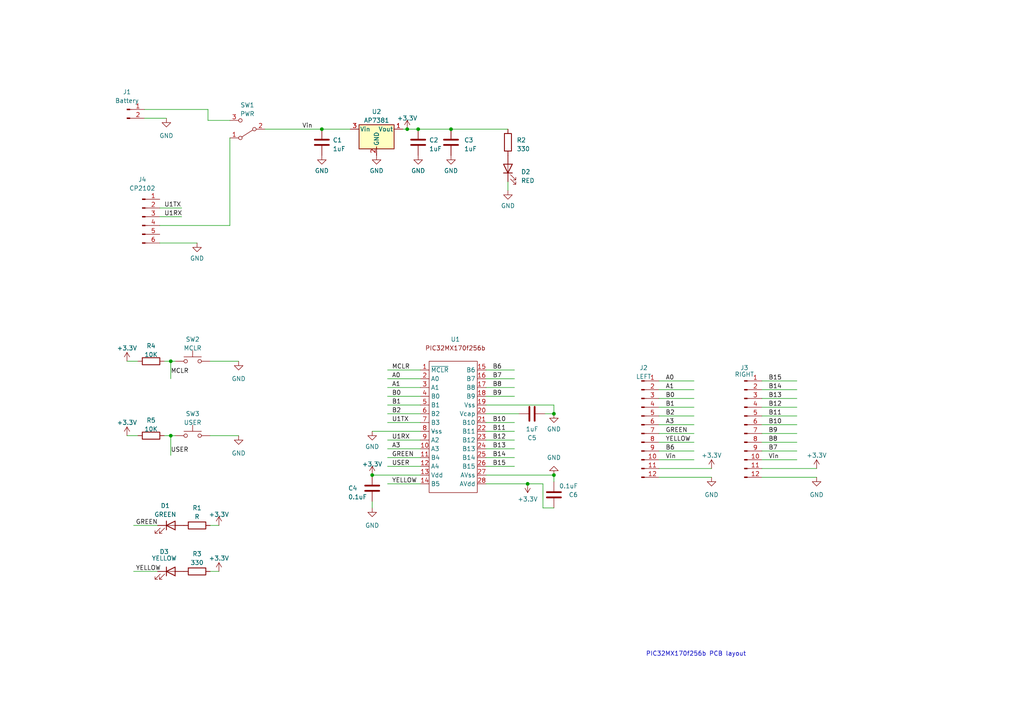
<source format=kicad_sch>
(kicad_sch (version 20230121) (generator eeschema)
  (paper "A4")
  (lib_symbols
    (symbol "Connector:Conn_01x02_Pin" (pin_names (offset 1.016) hide)
      (property "Reference" "J" (at 0 2.54 0))
      (property "Value" "Conn_01x02_Pin" (at 0 -5.08 0))
      (symbol "Conn_01x02_Pin_1_1"
        (polyline (pts (xy 1.27 -2.54) (xy 0.8636 -2.54)) (stroke (width 0.1524)))
        (polyline (pts (xy 1.27 0) (xy 0.8636 0)) (stroke (width 0.1524)))
        (rectangle (start 0.8636 -2.413) (end 0 -2.667) (stroke (width 0.1524)) (fill (type outline)))
        (rectangle (start 0.8636 0.127) (end 0 -0.127) (stroke (width 0.1524)) (fill (type outline)))
        (pin passive line (at 5.08 0 180) (length 3.81) (name "Pin_1") (number "1"))
        (pin passive line (at 5.08 -2.54 180) (length 3.81) (name "Pin_2") (number "2"))
      )
    )
    (symbol "Connector:Conn_01x06_Pin" (pin_names (offset 1.016) hide)
      (property "Reference" "J" (at 0 7.62 0))
      (property "Value" "Conn_01x06_Pin" (at 0 -10.16 0))
      (symbol "Conn_01x06_Pin_1_1"
        (polyline (pts (xy 1.27 -7.62) (xy 0.8636 -7.62)) (stroke (width 0.1524)))
        (polyline (pts (xy 1.27 -5.08) (xy 0.8636 -5.08)) (stroke (width 0.1524)))
        (polyline (pts (xy 1.27 -2.54) (xy 0.8636 -2.54)) (stroke (width 0.1524)))
        (polyline (pts (xy 1.27 0) (xy 0.8636 0)) (stroke (width 0.1524)))
        (polyline (pts (xy 1.27 2.54) (xy 0.8636 2.54)) (stroke (width 0.1524)))
        (polyline (pts (xy 1.27 5.08) (xy 0.8636 5.08)) (stroke (width 0.1524)))
        (rectangle (start 0.8636 -7.493) (end 0 -7.747) (stroke (width 0.1524)) (fill (type outline)))
        (rectangle (start 0.8636 -4.953) (end 0 -5.207) (stroke (width 0.1524)) (fill (type outline)))
        (rectangle (start 0.8636 -2.413) (end 0 -2.667) (stroke (width 0.1524)) (fill (type outline)))
        (rectangle (start 0.8636 0.127) (end 0 -0.127) (stroke (width 0.1524)) (fill (type outline)))
        (rectangle (start 0.8636 2.667) (end 0 2.413) (stroke (width 0.1524)) (fill (type outline)))
        (rectangle (start 0.8636 5.207) (end 0 4.953) (stroke (width 0.1524)) (fill (type outline)))
        (pin passive line (at 5.08 5.08 180) (length 3.81) (name "Pin_1") (number "1"))
        (pin passive line (at 5.08 2.54 180) (length 3.81) (name "Pin_2") (number "2"))
        (pin passive line (at 5.08 0 180) (length 3.81) (name "Pin_3") (number "3"))
        (pin passive line (at 5.08 -2.54 180) (length 3.81) (name "Pin_4") (number "4"))
        (pin passive line (at 5.08 -5.08 180) (length 3.81) (name "Pin_5") (number "5"))
        (pin passive line (at 5.08 -7.62 180) (length 3.81) (name "Pin_6") (number "6"))
      )
    )
    (symbol "Connector:Conn_01x12_Pin" (pin_names (offset 1.016) hide)
      (property "Reference" "J" (at 0 15.24 0))
      (property "Value" "Conn_01x12_Pin" (at 0 -17.78 0))
      (symbol "Conn_01x12_Pin_1_1"
        (polyline (pts (xy 1.27 -15.24) (xy 0.8636 -15.24)) (stroke (width 0.1524)))
        (polyline (pts (xy 1.27 -12.7) (xy 0.8636 -12.7)) (stroke (width 0.1524)))
        (polyline (pts (xy 1.27 -10.16) (xy 0.8636 -10.16)) (stroke (width 0.1524)))
        (polyline (pts (xy 1.27 -7.62) (xy 0.8636 -7.62)) (stroke (width 0.1524)))
        (polyline (pts (xy 1.27 -5.08) (xy 0.8636 -5.08)) (stroke (width 0.1524)))
        (polyline (pts (xy 1.27 -2.54) (xy 0.8636 -2.54)) (stroke (width 0.1524)))
        (polyline (pts (xy 1.27 0) (xy 0.8636 0)) (stroke (width 0.1524)))
        (polyline (pts (xy 1.27 2.54) (xy 0.8636 2.54)) (stroke (width 0.1524)))
        (polyline (pts (xy 1.27 5.08) (xy 0.8636 5.08)) (stroke (width 0.1524)))
        (polyline (pts (xy 1.27 7.62) (xy 0.8636 7.62)) (stroke (width 0.1524)))
        (polyline (pts (xy 1.27 10.16) (xy 0.8636 10.16)) (stroke (width 0.1524)))
        (polyline (pts (xy 1.27 12.7) (xy 0.8636 12.7)) (stroke (width 0.1524)))
        (rectangle (start 0.8636 -15.113) (end 0 -15.367) (stroke (width 0.1524)) (fill (type outline)))
        (rectangle (start 0.8636 -12.573) (end 0 -12.827) (stroke (width 0.1524)) (fill (type outline)))
        (rectangle (start 0.8636 -10.033) (end 0 -10.287) (stroke (width 0.1524)) (fill (type outline)))
        (rectangle (start 0.8636 -7.493) (end 0 -7.747) (stroke (width 0.1524)) (fill (type outline)))
        (rectangle (start 0.8636 -4.953) (end 0 -5.207) (stroke (width 0.1524)) (fill (type outline)))
        (rectangle (start 0.8636 -2.413) (end 0 -2.667) (stroke (width 0.1524)) (fill (type outline)))
        (rectangle (start 0.8636 0.127) (end 0 -0.127) (stroke (width 0.1524)) (fill (type outline)))
        (rectangle (start 0.8636 2.667) (end 0 2.413) (stroke (width 0.1524)) (fill (type outline)))
        (rectangle (start 0.8636 5.207) (end 0 4.953) (stroke (width 0.1524)) (fill (type outline)))
        (rectangle (start 0.8636 7.747) (end 0 7.493) (stroke (width 0.1524)) (fill (type outline)))
        (rectangle (start 0.8636 10.287) (end 0 10.033) (stroke (width 0.1524)) (fill (type outline)))
        (rectangle (start 0.8636 12.827) (end 0 12.573) (stroke (width 0.1524)) (fill (type outline)))
        (pin passive line (at 5.08 12.7 180) (length 3.81) (name "Pin_1") (number "1"))
        (pin passive line (at 5.08 -10.16 180) (length 3.81) (name "Pin_10") (number "10"))
        (pin passive line (at 5.08 -12.7 180) (length 3.81) (name "Pin_11") (number "11"))
        (pin passive line (at 5.08 -15.24 180) (length 3.81) (name "Pin_12") (number "12"))
        (pin passive line (at 5.08 10.16 180) (length 3.81) (name "Pin_2") (number "2"))
        (pin passive line (at 5.08 7.62 180) (length 3.81) (name "Pin_3") (number "3"))
        (pin passive line (at 5.08 5.08 180) (length 3.81) (name "Pin_4") (number "4"))
        (pin passive line (at 5.08 2.54 180) (length 3.81) (name "Pin_5") (number "5"))
        (pin passive line (at 5.08 0 180) (length 3.81) (name "Pin_6") (number "6"))
        (pin passive line (at 5.08 -2.54 180) (length 3.81) (name "Pin_7") (number "7"))
        (pin passive line (at 5.08 -5.08 180) (length 3.81) (name "Pin_8") (number "8"))
        (pin passive line (at 5.08 -7.62 180) (length 3.81) (name "Pin_9") (number "9"))
      )
    )
    (symbol "Device:C" (pin_numbers hide) (pin_names (offset 0.254))
      (property "Reference" "C" (at 0.635 2.54 0))
      (property "Value" "C" (at 0.635 -2.54 0))
      (symbol "C_0_1"
        (polyline (pts (xy -2.032 -0.762) (xy 2.032 -0.762)) (stroke (width 0.508)))
        (polyline (pts (xy -2.032 0.762) (xy 2.032 0.762)) (stroke (width 0.508)))
      )
      (symbol "C_1_1"
        (pin passive line (at 0 3.81 270) (length 2.794) (name "~") (number "1"))
        (pin passive line (at 0 -3.81 90) (length 2.794) (name "~") (number "2"))
      )
    )
    (symbol "Device:LED" (pin_numbers hide) (pin_names (offset 1.016) hide)
      (property "Reference" "D" (at 0 2.54 0))
      (property "Value" "LED" (at 0 -2.54 0))
      (symbol "LED_0_1"
        (polyline (pts (xy -1.27 -1.27) (xy -1.27 1.27)) (stroke (width 0.254)))
        (polyline (pts (xy -1.27 0) (xy 1.27 0)))
        (polyline (pts (xy 1.27 -1.27) (xy 1.27 1.27) (xy -1.27 0) (xy 1.27 -1.27)) (stroke (width 0.254)))
        (polyline (pts (xy -3.048 -0.762) (xy -4.572 -2.286) (xy -3.81 -2.286) (xy -4.572 -2.286) (xy -4.572 -1.524)))
        (polyline (pts (xy -1.778 -0.762) (xy -3.302 -2.286) (xy -2.54 -2.286) (xy -3.302 -2.286) (xy -3.302 -1.524)))
      )
      (symbol "LED_1_1"
        (pin passive line (at -3.81 0 0) (length 2.54) (name "K") (number "1"))
        (pin passive line (at 3.81 0 180) (length 2.54) (name "A") (number "2"))
      )
    )
    (symbol "Device:R" (pin_numbers hide) (pin_names (offset 0))
      (property "Reference" "R" (at 2.032 0 90))
      (property "Value" "R" (at 0 0 90))
      (symbol "R_0_1"
        (rectangle (start -1.016 -2.54) (end 1.016 2.54) (stroke (width 0.254)))
      )
      (symbol "R_1_1"
        (pin passive line (at 0 3.81 270) (length 1.27) (name "~") (number "1"))
        (pin passive line (at 0 -3.81 90) (length 1.27) (name "~") (number "2"))
      )
    )
    (symbol "ME433:AP7384-33V" (pin_names (offset 0.254))
      (property "Reference" "U" (at -3.81 4.445 0))
      (property "Value" "AP7381" (at 0 4.445 0))
      (symbol "AP7384-33V_0_1"
        (rectangle (start -5.08 2.54) (end 5.08 -4.445) (stroke (width 0.254)) (fill (type background)))
      )
      (symbol "AP7384-33V_1_1"
        (pin power_out line (at 7.62 1.27 180) (length 2.54) (name "Vout") (number "1"))
        (pin power_in line (at 0 -6.35 90) (length 2.54) (name "GND") (number "2"))
        (pin power_in line (at -7.62 1.27 0) (length 2.54) (name "Vin") (number "3"))
      )
    )
    (symbol "ME433:PIC32MX170f256b"
      (property "Reference" "U" (at 12.7 39.37 0))
      (symbol "PIC32MX170f256b_0_1"
        (rectangle (start 0 38.1) (end 13.97 0))
      )
      (symbol "PIC32MX170f256b_1_1"
        (text "PIC32MX170f256b" (at 7.62 41.91 0) (effects (font (size 1.27 1.27))))
        (pin input line (at -2.54 35.56 0) (length 2.54) (name "~{MCLR}") (number "1"))
        (pin bidirectional line (at -2.54 12.7 0) (length 2.54) (name "A3") (number "10"))
        (pin bidirectional line (at -2.54 10.16 0) (length 2.54) (name "B4") (number "11"))
        (pin bidirectional line (at -2.54 7.62 0) (length 2.54) (name "A4") (number "12"))
        (pin power_in line (at -2.54 5.08 0) (length 2.54) (name "Vdd") (number "13"))
        (pin bidirectional line (at -2.54 2.54 0) (length 2.54) (name "B5") (number "14"))
        (pin bidirectional line (at 16.51 35.56 180) (length 2.54) (name "B6") (number "15"))
        (pin bidirectional line (at 16.51 33.02 180) (length 2.54) (name "B7") (number "16"))
        (pin bidirectional line (at 16.51 30.48 180) (length 2.54) (name "B8") (number "17"))
        (pin bidirectional line (at 16.51 27.94 180) (length 2.54) (name "B9") (number "18"))
        (pin power_in line (at 16.51 25.4 180) (length 2.54) (name "Vss") (number "19"))
        (pin bidirectional line (at -2.54 33.02 0) (length 2.54) (name "A0") (number "2"))
        (pin power_in line (at 16.51 22.86 180) (length 2.54) (name "Vcap") (number "20"))
        (pin bidirectional line (at 16.51 20.32 180) (length 2.54) (name "B10") (number "21"))
        (pin bidirectional line (at 16.51 17.78 180) (length 2.54) (name "B11") (number "22"))
        (pin bidirectional line (at 16.51 15.24 180) (length 2.54) (name "B12") (number "23"))
        (pin bidirectional line (at 16.51 12.7 180) (length 2.54) (name "B13") (number "24"))
        (pin bidirectional line (at 16.51 10.16 180) (length 2.54) (name "B14") (number "25"))
        (pin bidirectional line (at 16.51 7.62 180) (length 2.54) (name "B15") (number "26"))
        (pin power_in line (at 16.51 5.08 180) (length 2.54) (name "AVss") (number "27"))
        (pin power_in line (at 16.51 2.54 180) (length 2.54) (name "AVdd") (number "28"))
        (pin bidirectional line (at -2.54 30.48 0) (length 2.54) (name "A1") (number "3"))
        (pin bidirectional line (at -2.54 27.94 0) (length 2.54) (name "B0") (number "4"))
        (pin bidirectional line (at -2.54 25.4 0) (length 2.54) (name "B1") (number "5"))
        (pin bidirectional line (at -2.54 22.86 0) (length 2.54) (name "B2") (number "6"))
        (pin bidirectional line (at -2.54 20.32 0) (length 2.54) (name "B3") (number "7"))
        (pin power_in line (at -2.54 17.78 0) (length 2.54) (name "Vss") (number "8"))
        (pin bidirectional line (at -2.54 15.24 0) (length 2.54) (name "A2") (number "9"))
      )
    )
    (symbol "Switch:SW_Push" (pin_numbers hide) (pin_names (offset 1.016) hide)
      (property "Reference" "SW" (at 1.27 2.54 0))
      (property "Value" "SW_Push" (at 0 -1.524 0))
      (symbol "SW_Push_0_1"
        (circle (center -2.032 0) (radius 0.508))
        (polyline (pts (xy 0 1.27) (xy 0 3.048)))
        (polyline (pts (xy 2.54 1.27) (xy -2.54 1.27)))
        (circle (center 2.032 0) (radius 0.508))
        (pin passive line (at -5.08 0 0) (length 2.54) (name "1") (number "1"))
        (pin passive line (at 5.08 0 180) (length 2.54) (name "2") (number "2"))
      )
    )
    (symbol "Switch:SW_SPDT" (pin_names (offset 0) hide)
      (property "Reference" "SW" (at 0 4.318 0))
      (property "Value" "SW_SPDT" (at 0 -5.08 0))
      (symbol "SW_SPDT_0_0"
        (circle (center -2.032 0) (radius 0.508))
        (circle (center 2.032 -2.54) (radius 0.508))
      )
      (symbol "SW_SPDT_0_1"
        (polyline (pts (xy -1.524 0.254) (xy 1.651 2.286)))
        (circle (center 2.032 2.54) (radius 0.508))
      )
      (symbol "SW_SPDT_1_1"
        (pin passive line (at 5.08 2.54 180) (length 2.54) (name "A") (number "1"))
        (pin passive line (at -5.08 0 0) (length 2.54) (name "B") (number "2"))
        (pin passive line (at 5.08 -2.54 180) (length 2.54) (name "C") (number "3"))
      )
    )
    (symbol "power:+3.3V" (power) (pin_names (offset 0))
      (property "Value" "+3.3V" (at 0 3.556 0))
      (symbol "+3.3V_0_1"
        (polyline (pts (xy -0.762 1.27) (xy 0 2.54)))
        (polyline (pts (xy 0 0) (xy 0 2.54)))
        (polyline (pts (xy 0 2.54) (xy 0.762 1.27)))
      )
      (symbol "+3.3V_1_1"
        (pin power_in line (at 0 0 90) (length 0) hide (name "+3.3V") (number "1"))
      )
    )
    (symbol "power:GND" (power) (pin_names (offset 0))
      (property "Value" "GND" (at 0 -3.81 0))
      (symbol "GND_0_1"
        (polyline (pts (xy 0 0) (xy 0 -1.27) (xy 1.27 -1.27) (xy 0 -2.54) (xy -1.27 -1.27) (xy 0 -1.27)))
      )
      (symbol "GND_1_1"
        (pin power_in line (at 0 0 270) (length 0) hide (name "GND") (number "1"))
      )
    )
  )
  (junction (at 153.035 140.335))
  (junction (at 107.95 137.795))
  (junction (at 93.345 37.465))
  (junction (at 49.53 126.365))
  (junction (at 121.285 37.465))
  (junction (at 118.11 37.465))
  (junction (at 160.655 137.795))
  (junction (at 49.53 104.775))
  (junction (at 160.655 120.015))
  (junction (at 130.81 37.465))
  (wire (pts (xy 147.32 55.245) (xy 147.32 52.705)))
  (wire (pts (xy 140.97 125.095) (xy 149.225 125.095)))
  (wire (pts (xy 38.735 165.735) (xy 45.72 165.735)))
  (wire (pts (xy 47.625 104.775) (xy 49.53 104.775)))
  (wire (pts (xy 220.98 118.11) (xy 231.14 118.11)))
  (wire (pts (xy 191.135 128.27) (xy 201.295 128.27)))
  (wire (pts (xy 130.81 37.465) (xy 147.32 37.465)))
  (wire (pts (xy 46.355 60.325) (xy 52.705 60.325)))
  (wire (pts (xy 191.135 110.49) (xy 201.295 110.49)))
  (wire (pts (xy 112.395 117.475) (xy 121.92 117.475)))
  (wire (pts (xy 220.98 133.35) (xy 231.14 133.35)))
  (wire (pts (xy 112.395 122.555) (xy 121.92 122.555)))
  (wire (pts (xy 220.98 113.03) (xy 231.14 113.03)))
  (wire (pts (xy 107.95 145.415) (xy 107.95 147.32)))
  (wire (pts (xy 140.97 120.015) (xy 150.495 120.015)))
  (wire (pts (xy 112.395 130.175) (xy 121.92 130.175)))
  (wire (pts (xy 140.97 135.255) (xy 149.225 135.255)))
  (wire (pts (xy 36.83 104.775) (xy 40.005 104.775)))
  (wire (pts (xy 76.835 37.465) (xy 93.345 37.465)))
  (wire (pts (xy 191.135 118.11) (xy 201.295 118.11)))
  (wire (pts (xy 140.97 114.935) (xy 149.225 114.935)))
  (wire (pts (xy 191.135 138.43) (xy 206.375 138.43)))
  (wire (pts (xy 153.035 140.335) (xy 157.48 140.335)))
  (wire (pts (xy 60.325 31.75) (xy 60.325 34.925)))
  (wire (pts (xy 66.675 65.405) (xy 66.675 40.005)))
  (wire (pts (xy 160.655 139.7) (xy 160.655 137.795)))
  (wire (pts (xy 220.98 125.73) (xy 231.14 125.73)))
  (wire (pts (xy 46.355 70.485) (xy 57.15 70.485)))
  (wire (pts (xy 112.395 120.015) (xy 121.92 120.015)))
  (wire (pts (xy 220.98 120.65) (xy 231.14 120.65)))
  (wire (pts (xy 157.48 140.335) (xy 157.48 147.32)))
  (wire (pts (xy 140.97 112.395) (xy 149.225 112.395)))
  (wire (pts (xy 46.355 62.865) (xy 52.705 62.865)))
  (wire (pts (xy 191.135 135.89) (xy 206.375 135.89)))
  (wire (pts (xy 160.655 120.015) (xy 160.655 117.475)))
  (wire (pts (xy 118.11 37.465) (xy 121.285 37.465)))
  (wire (pts (xy 140.97 132.715) (xy 149.225 132.715)))
  (wire (pts (xy 41.91 31.75) (xy 60.325 31.75)))
  (wire (pts (xy 112.395 107.315) (xy 121.92 107.315)))
  (wire (pts (xy 47.625 126.365) (xy 49.53 126.365)))
  (wire (pts (xy 112.395 140.335) (xy 121.92 140.335)))
  (wire (pts (xy 140.97 117.475) (xy 160.655 117.475)))
  (wire (pts (xy 140.97 140.335) (xy 153.035 140.335)))
  (wire (pts (xy 121.285 37.465) (xy 130.81 37.465)))
  (wire (pts (xy 220.98 110.49) (xy 231.14 110.49)))
  (wire (pts (xy 60.96 165.735) (xy 63.5 165.735)))
  (wire (pts (xy 93.345 37.465) (xy 101.6 37.465)))
  (wire (pts (xy 191.135 115.57) (xy 201.295 115.57)))
  (wire (pts (xy 220.98 138.43) (xy 236.855 138.43)))
  (wire (pts (xy 49.53 104.775) (xy 50.8 104.775)))
  (wire (pts (xy 116.84 37.465) (xy 118.11 37.465)))
  (wire (pts (xy 60.96 126.365) (xy 69.215 126.365)))
  (wire (pts (xy 191.135 125.73) (xy 201.295 125.73)))
  (wire (pts (xy 60.96 152.4) (xy 63.5 152.4)))
  (wire (pts (xy 60.325 34.925) (xy 66.675 34.925)))
  (wire (pts (xy 220.98 130.81) (xy 231.14 130.81)))
  (wire (pts (xy 140.97 107.315) (xy 149.225 107.315)))
  (wire (pts (xy 112.395 135.255) (xy 121.92 135.255)))
  (wire (pts (xy 220.98 135.89) (xy 236.855 135.89)))
  (wire (pts (xy 191.135 120.65) (xy 201.295 120.65)))
  (wire (pts (xy 46.355 65.405) (xy 66.675 65.405)))
  (wire (pts (xy 112.395 109.855) (xy 121.92 109.855)))
  (wire (pts (xy 112.395 127.635) (xy 121.92 127.635)))
  (wire (pts (xy 41.91 34.29) (xy 48.26 34.29)))
  (wire (pts (xy 60.96 104.775) (xy 69.215 104.775)))
  (wire (pts (xy 112.395 132.715) (xy 121.92 132.715)))
  (wire (pts (xy 140.97 127.635) (xy 149.225 127.635)))
  (wire (pts (xy 191.135 130.81) (xy 201.295 130.81)))
  (wire (pts (xy 112.395 112.395) (xy 121.92 112.395)))
  (wire (pts (xy 140.97 130.175) (xy 149.225 130.175)))
  (wire (pts (xy 157.48 147.32) (xy 160.655 147.32)))
  (wire (pts (xy 140.97 109.855) (xy 149.225 109.855)))
  (wire (pts (xy 191.135 113.03) (xy 201.295 113.03)))
  (wire (pts (xy 220.98 115.57) (xy 231.14 115.57)))
  (wire (pts (xy 158.115 120.015) (xy 160.655 120.015)))
  (wire (pts (xy 49.53 104.775) (xy 49.53 109.855)))
  (wire (pts (xy 112.395 114.935) (xy 121.92 114.935)))
  (wire (pts (xy 191.135 133.35) (xy 201.295 133.35)))
  (wire (pts (xy 49.53 126.365) (xy 49.53 132.08)))
  (wire (pts (xy 220.98 128.27) (xy 231.14 128.27)))
  (wire (pts (xy 140.97 137.795) (xy 160.655 137.795)))
  (wire (pts (xy 49.53 126.365) (xy 50.8 126.365)))
  (wire (pts (xy 220.98 123.19) (xy 231.14 123.19)))
  (wire (pts (xy 107.95 137.795) (xy 121.92 137.795)))
  (wire (pts (xy 140.97 122.555) (xy 149.225 122.555)))
  (wire (pts (xy 38.735 152.4) (xy 45.72 152.4)))
  (wire (pts (xy 36.83 126.365) (xy 40.005 126.365)))
  (wire (pts (xy 191.135 123.19) (xy 201.295 123.19)))
  (wire (pts (xy 107.95 125.095) (xy 121.92 125.095)))
  (text "PIC32MX170f256b PCB layout" (at 187.325 190.5 0) (effects (font (size 1.27 1.27)) (justify left bottom)))
  (label "Vin" (at 87.63 37.465 0))
  (label "B6" (at 142.875 107.315 0))
  (label "A3" (at 193.04 123.19 0))
  (label "B14" (at 142.875 132.715 0))
  (label "YELLOW" (at 39.37 165.735 0))
  (label "B11" (at 142.875 125.095 0))
  (label "YELLOW" (at 193.04 128.27 0))
  (label "A1" (at 113.665 112.395 0))
  (label "A1" (at 193.04 113.03 0))
  (label "B0" (at 193.04 115.57 0))
  (label "U1TX" (at 113.665 122.555 0))
  (label "YELLOW" (at 113.665 140.335 0))
  (label "B6" (at 193.04 130.81 0))
  (label "Vin" (at 193.04 133.35 0))
  (label "B13" (at 222.885 115.57 0))
  (label "B1" (at 113.665 117.475 0))
  (label "USER" (at 113.665 135.255 0))
  (label "A0" (at 113.665 109.855 0))
  (label "B8" (at 222.885 128.27 0))
  (label "A3" (at 113.665 130.175 0))
  (label "GREEN" (at 193.04 125.73 0))
  (label "B15" (at 142.875 135.255 0))
  (label "B7" (at 142.875 109.855 0))
  (label "USER" (at 49.53 131.445 0))
  (label "B9" (at 142.875 114.935 0))
  (label "B2" (at 193.04 120.65 0))
  (label "U1TX" (at 47.625 60.325 0))
  (label "MCLR" (at 49.53 108.585 0))
  (label "B0" (at 113.665 114.935 0))
  (label "A0" (at 193.04 110.49 0))
  (label "B10" (at 222.885 123.19 0))
  (label "GREEN" (at 113.665 132.715 0))
  (label "B1" (at 193.04 118.11 0))
  (label "U1RX" (at 47.625 62.865 0))
  (label "B13" (at 142.875 130.175 0))
  (label "B11" (at 222.885 120.65 0))
  (label "B8" (at 142.875 112.395 0))
  (label "MCLR" (at 113.665 107.315 0))
  (label "B2" (at 113.665 120.015 0))
  (label "B12" (at 142.875 127.635 0))
  (label "U1RX" (at 113.665 127.635 0))
  (label "Vin" (at 222.885 133.35 0))
  (label "B9" (at 222.885 125.73 0))
  (label "B15" (at 222.885 110.49 0))
  (label "GREEN" (at 39.37 152.4 0))
  (label "B12" (at 222.885 118.11 0))
  (label "B10" (at 142.875 122.555 0))
  (label "B14" (at 222.885 113.03 0))
  (label "B7" (at 222.885 130.81 0))
  (symbol (lib_id "Device:C") (at 93.345 41.275 0) (unit 1)
    (property "Reference" "C1" (at 96.52 40.64 0) (effects (justify left)))
    (property "Value" "1uF" (at 96.52 43.18 0) (effects (justify left)))
    (property "Footprint" "Capacitor_THT:C_Disc_D3.8mm_W2.6mm_P2.50mm" (effects hide))
  )
  (symbol (lib_id "Connector:Conn_01x12_Pin") (at 215.9 123.19 0) (unit 1)
    (property "Reference" "J3" (at 215.9 106.68 0))
    (property "Value" "RIGHT" (at 215.9 108.585 0))
    (property "Footprint" "Connector_PinSocket_2.54mm:PinSocket_1x12_P2.54mm_Vertical" (effects hide))
  )
  (symbol (lib_id "power:GND") (at 69.215 104.775 0) (unit 1)
    (property "Reference" "#PWR023" (effects hide))
    (property "Value" "GND" (at 69.215 109.855 0))
  )
  (symbol (lib_id "Connector:Conn_01x06_Pin") (at 41.275 62.865 0) (unit 1)
    (property "Reference" "J4" (at 41.275 52.07 0))
    (property "Value" "CP2102" (at 41.275 54.61 0))
    (property "Footprint" "ME433:AdaFruit Friend" (effects hide))
  )
  (symbol (lib_id "power:GND") (at 160.655 120.015 0) (unit 1)
    (property "Reference" "#PWR013" (effects hide))
    (property "Value" "GND" (at 160.655 124.46 0))
  )
  (symbol (lib_id "power:GND") (at 93.345 45.085 0) (unit 1)
    (property "Reference" "#PWR03" (effects hide))
    (property "Value" "GND" (at 93.345 49.53 0))
  )
  (symbol (lib_id "power:+3.3V") (at 36.83 104.775 0) (unit 1)
    (property "Reference" "#PWR024" (effects hide))
    (property "Value" "+3.3V" (at 36.83 100.965 0))
  )
  (symbol (lib_id "Switch:SW_SPDT") (at 71.755 37.465 180) (unit 1)
    (property "Reference" "SW1" (at 71.755 30.48 0))
    (property "Value" "PWR" (at 71.755 33.02 0))
    (property "Footprint" "ME433:SlideSwitch" (effects hide))
  )
  (symbol (lib_id "power:GND") (at 206.375 138.43 0) (unit 1)
    (property "Reference" "#PWR019" (effects hide))
    (property "Value" "GND" (at 206.375 143.51 0))
  )
  (symbol (lib_id "Switch:SW_Push") (at 55.88 104.775 0) (unit 1)
    (property "Reference" "SW2" (at 55.88 98.425 0))
    (property "Value" "MCLR" (at 55.88 100.965 0))
    (property "Footprint" "ME433:SW_PUSH" (effects hide))
  )
  (symbol (lib_id "Device:R") (at 57.15 165.735 90) (unit 1)
    (property "Reference" "R3" (at 57.15 160.655 90))
    (property "Value" "330" (at 57.15 163.195 90))
    (property "Footprint" "Resistor_THT:R_Axial_DIN0207_L6.3mm_D2.5mm_P7.62mm_Horizontal" (effects hide))
  )
  (symbol (lib_id "power:GND") (at 147.32 55.245 0) (unit 1)
    (property "Reference" "#PWR04" (effects hide))
    (property "Value" "GND" (at 147.32 59.69 0))
  )
  (symbol (lib_id "ME433:AP7384-33V") (at 109.22 38.735 0) (unit 1)
    (property "Reference" "U2" (at 109.22 32.385 0))
    (property "Value" "AP7381" (at 109.22 34.925 0))
    (property "Footprint" "Package_TO_SOT_THT:TO-92L_Inline" (effects hide))
  )
  (symbol (lib_id "Switch:SW_Push") (at 55.88 126.365 0) (unit 1)
    (property "Reference" "SW3" (at 55.88 120.015 0))
    (property "Value" "USER" (at 55.88 122.555 0))
    (property "Footprint" "ME433:SW_PUSH" (effects hide))
  )
  (symbol (lib_id "Device:R") (at 43.815 126.365 90) (unit 1)
    (property "Reference" "R5" (at 43.815 121.92 90))
    (property "Value" "10K" (at 43.815 124.46 90))
    (property "Footprint" "Resistor_THT:R_Axial_DIN0207_L6.3mm_D2.5mm_P7.62mm_Horizontal" (effects hide))
  )
  (symbol (lib_id "Device:C") (at 130.81 41.275 0) (unit 1)
    (property "Reference" "C3" (at 134.62 40.64 0) (effects (justify left)))
    (property "Value" "1uF" (at 134.62 43.18 0) (effects (justify left)))
    (property "Footprint" "Capacitor_THT:C_Disc_D3.8mm_W2.6mm_P2.50mm" (effects hide))
  )
  (symbol (lib_id "power:GND") (at 109.22 45.085 0) (unit 1)
    (property "Reference" "#PWR01" (effects hide))
    (property "Value" "GND" (at 109.22 49.53 0))
  )
  (symbol (lib_id "Device:R") (at 43.815 104.775 90) (unit 1)
    (property "Reference" "R4" (at 43.815 100.33 90))
    (property "Value" "10K" (at 43.815 102.87 90))
    (property "Footprint" "Resistor_THT:R_Axial_DIN0207_L6.3mm_D2.5mm_P7.62mm_Horizontal" (effects hide))
  )
  (symbol (lib_id "power:GND") (at 160.655 137.795 180) (unit 1)
    (property "Reference" "#PWR015" (effects hide))
    (property "Value" "GND" (at 160.655 132.715 0))
  )
  (symbol (lib_id "power:+3.3V") (at 153.035 140.335 180) (unit 1)
    (property "Reference" "#PWR014" (effects hide))
    (property "Value" "+3.3V" (at 153.035 144.78 0))
  )
  (symbol (lib_id "power:+3.3V") (at 63.5 165.735 0) (unit 1)
    (property "Reference" "#PWR09" (effects hide))
    (property "Value" "+3.3V" (at 63.5 161.925 0))
  )
  (symbol (lib_id "power:GND") (at 69.215 126.365 0) (unit 1)
    (property "Reference" "#PWR022" (effects hide))
    (property "Value" "GND" (at 69.215 131.445 0))
  )
  (symbol (lib_id "Device:R") (at 57.15 152.4 90) (unit 1)
    (property "Reference" "R1" (at 57.15 147.32 90))
    (property "Value" "R" (at 57.15 149.86 90))
    (property "Footprint" "Resistor_THT:R_Axial_DIN0207_L6.3mm_D2.5mm_P7.62mm_Horizontal" (effects hide))
  )
  (symbol (lib_id "power:GND") (at 121.285 45.085 0) (unit 1)
    (property "Reference" "#PWR06" (effects hide))
    (property "Value" "GND" (at 121.285 49.53 0))
  )
  (symbol (lib_id "Device:C") (at 160.655 143.51 180) (unit 1)
    (property "Reference" "C6" (at 167.64 143.51 0) (effects (justify left)))
    (property "Value" "0.1uF" (at 167.64 140.97 0) (effects (justify left)))
    (property "Footprint" "Capacitor_THT:C_Disc_D3.4mm_W2.1mm_P2.50mm" (effects hide))
  )
  (symbol (lib_id "Device:C") (at 107.95 141.605 0) (unit 1)
    (property "Reference" "C4" (at 100.965 141.605 0) (effects (justify left)))
    (property "Value" "0.1uF" (at 100.965 144.145 0) (effects (justify left)))
    (property "Footprint" "Capacitor_THT:C_Disc_D3.4mm_W2.1mm_P2.50mm" (effects hide))
  )
  (symbol (lib_id "power:+3.3V") (at 206.375 135.89 0) (unit 1)
    (property "Reference" "#PWR016" (effects hide))
    (property "Value" "+3.3V" (at 206.375 132.08 0))
  )
  (symbol (lib_id "Device:C") (at 154.305 120.015 90) (unit 1)
    (property "Reference" "C5" (at 154.305 127 90))
    (property "Value" "1uF" (at 154.305 124.46 90))
    (property "Footprint" "Capacitor_THT:C_Disc_D3.8mm_W2.6mm_P2.50mm" (effects hide))
  )
  (symbol (lib_id "power:GND") (at 236.855 138.43 0) (unit 1)
    (property "Reference" "#PWR018" (effects hide))
    (property "Value" "GND" (at 236.855 143.51 0))
  )
  (symbol (lib_id "power:+3.3V") (at 107.95 137.795 0) (unit 1)
    (property "Reference" "#PWR011" (effects hide))
    (property "Value" "+3.3V" (at 107.95 134.62 0))
  )
  (symbol (lib_id "power:+3.3V") (at 236.855 135.89 0) (unit 1)
    (property "Reference" "#PWR017" (effects hide))
    (property "Value" "+3.3V" (at 236.855 132.08 0))
  )
  (symbol (lib_id "ME433:PIC32MX170f256b") (at 124.46 142.875 0) (unit 1)
    (property "Reference" "U1" (at 132.08 98.425 0))
    (property "Value" "~" (at 125.73 125.095 0))
    (property "Footprint" "Package_DIP:DIP-28_W7.62mm_Socket" (effects hide))
  )
  (symbol (lib_id "Device:C") (at 121.285 41.275 0) (unit 1)
    (property "Reference" "C2" (at 124.46 40.64 0) (effects (justify left)))
    (property "Value" "1uF" (at 124.46 43.18 0) (effects (justify left)))
    (property "Footprint" "Capacitor_THT:C_Disc_D3.8mm_W2.6mm_P2.50mm" (effects hide))
  )
  (symbol (lib_id "power:GND") (at 48.26 34.29 0) (unit 1)
    (property "Reference" "#PWR02" (effects hide))
    (property "Value" "GND" (at 48.26 39.37 0))
  )
  (symbol (lib_id "Connector:Conn_01x02_Pin") (at 36.83 31.75 0) (unit 1)
    (property "Reference" "J1" (at 36.83 26.67 0))
    (property "Value" "Battery" (at 36.83 29.21 0))
    (property "Footprint" "Connector_PinSocket_2.54mm:PinSocket_1x02_P2.54mm_Vertical" (effects hide))
  )
  (symbol (lib_id "power:+3.3V") (at 36.83 126.365 0) (unit 1)
    (property "Reference" "#PWR025" (effects hide))
    (property "Value" "+3.3V" (at 36.83 122.555 0))
  )
  (symbol (lib_id "Connector:Conn_01x12_Pin") (at 186.055 123.19 0) (unit 1)
    (property "Reference" "J2" (at 186.69 106.68 0))
    (property "Value" "LEFT" (at 186.69 109.22 0))
    (property "Footprint" "Connector_PinSocket_2.54mm:PinSocket_1x12_P2.54mm_Vertical" (effects hide))
  )
  (symbol (lib_id "power:GND") (at 130.81 45.085 0) (unit 1)
    (property "Reference" "#PWR05" (effects hide))
    (property "Value" "GND" (at 130.81 49.53 0))
  )
  (symbol (lib_id "Device:LED") (at 49.53 165.735 0) (unit 1)
    (property "Reference" "D3" (at 47.625 160.02 0))
    (property "Value" "YELLOW" (at 47.625 161.925 0))
    (property "Footprint" "LED_THT:LED_D3.0mm" (effects hide))
  )
  (symbol (lib_id "Device:R") (at 147.32 41.275 180) (unit 1)
    (property "Reference" "R2" (at 149.86 40.64 0) (effects (justify right)))
    (property "Value" "330" (at 149.86 43.18 0) (effects (justify right)))
    (property "Footprint" "Resistor_THT:R_Axial_DIN0207_L6.3mm_D2.5mm_P7.62mm_Horizontal" (effects hide))
  )
  (symbol (lib_id "power:GND") (at 107.95 147.32 0) (unit 1)
    (property "Reference" "#PWR012" (effects hide))
    (property "Value" "GND" (at 107.95 152.4 0))
  )
  (symbol (lib_id "power:+3.3V") (at 118.11 37.465 0) (unit 1)
    (property "Reference" "#PWR07" (effects hide))
    (property "Value" "+3.3V" (at 118.11 34.29 0))
  )
  (symbol (lib_id "power:GND") (at 57.15 70.485 0) (unit 1)
    (property "Reference" "#PWR020" (effects hide))
    (property "Value" "GND" (at 57.15 74.93 0))
  )
  (symbol (lib_id "power:GND") (at 107.95 125.095 0) (unit 1)
    (property "Reference" "#PWR010" (effects hide))
    (property "Value" "GND" (at 107.95 129.54 0))
  )
  (symbol (lib_id "Device:LED") (at 49.53 152.4 0) (unit 1)
    (property "Reference" "D1" (at 47.9425 146.685 0))
    (property "Value" "GREEN" (at 47.9425 149.225 0))
    (property "Footprint" "LED_THT:LED_D3.0mm" (effects hide))
  )
  (symbol (lib_id "power:+3.3V") (at 63.5 152.4 0) (unit 1)
    (property "Reference" "#PWR08" (effects hide))
    (property "Value" "+3.3V" (at 63.5 149.225 0))
  )
  (symbol (lib_id "Device:LED") (at 147.32 48.895 90) (unit 1)
    (property "Reference" "D2" (at 151.13 49.8475 90) (effects (justify right)))
    (property "Value" "RED" (at 151.13 52.3875 90) (effects (justify right)))
    (property "Footprint" "LED_THT:LED_D3.0mm" (effects hide))
  )
)
</source>
